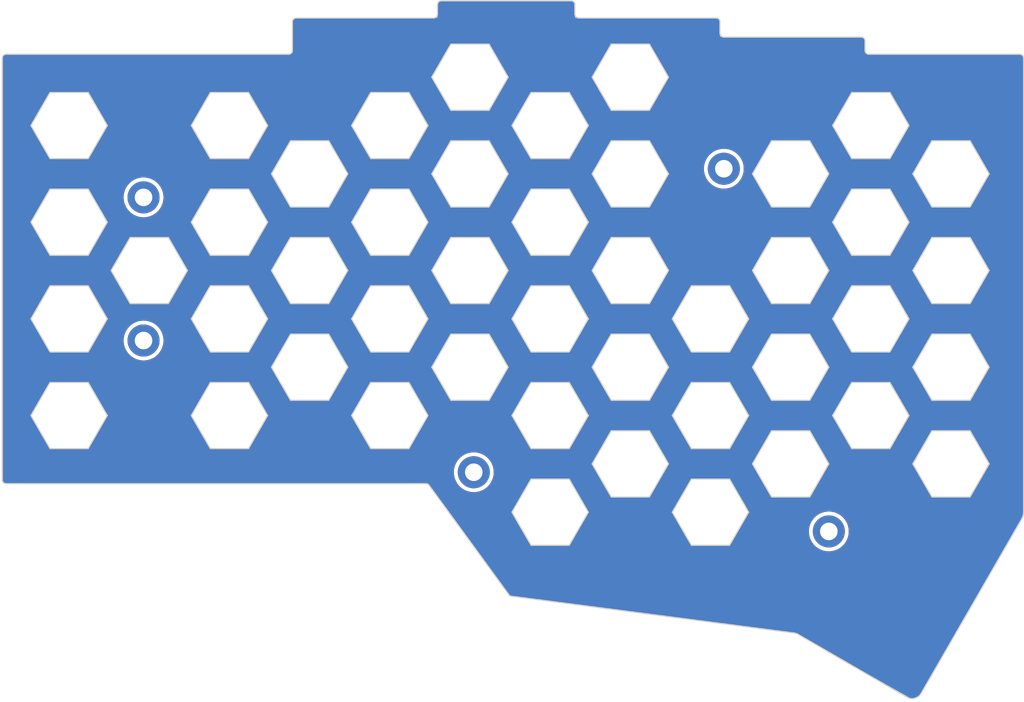
<source format=kicad_pcb>
(kicad_pcb (version 20240108) (generator "pcbnew") (generator_version "8.0")
  (title_block (title "Corne Bottom Plate") (date "2018-11-15") (rev "2.1") (company "foostan"))
  (layers (0 "F.Cu" signal) (31 "B.Cu" signal) (34 "B.Paste" user) (35 "F.Paste" user) (36 "B.SilkS" user "B.Silkscreen") (37 "F.SilkS" user "F.Silkscreen") (38 "B.Mask" user) (39 "F.Mask" user) (44 "Edge.Cuts" user))
  (net 0 "")
  (footprint "kbd:M2_Hole_TH" (layer "F.Cu") (at 79.5 86.75)
    (property "Reference" "" (at 0 -3.2 0) (layer "F.SilkS"))
    (property "Value" "")
    (pad "" thru_hole circle (at 0 0) (size 4.2 4.2) (drill 2.3) (layers "*.Cu" "*.Mask"))
  )
  (footprint "kbd:M2_Hole_TH" (layer "F.Cu") (at 79.5 105.5)
    (property "Reference" "" (at 0 -3.2 0) (layer "F.SilkS"))
    (property "Value" "")
    (pad "" thru_hole circle (at 0 0) (size 4.2 4.2) (drill 2.3) (layers "*.Cu" "*.Mask"))
  )
  (footprint "kbd:M2_Hole_TH" (layer "F.Cu") (at 155.5 83)
    (property "Reference" "" (at 0 -3.2 0) (layer "F.SilkS"))
    (property "Value" "")
    (pad "" thru_hole circle (at 0 0) (size 4.2 4.2) (drill 2.3) (layers "*.Cu" "*.Mask"))
  )
  (footprint "kbd:M2_Hole_TH" (layer "F.Cu") (at 122.75 122.75)
    (property "Reference" "" (at 0 -3.2 0) (layer "F.SilkS"))
    (property "Value" "")
    (pad "" thru_hole circle (at 0 0) (size 4.2 4.2) (drill 2.3) (layers "*.Cu" "*.Mask"))
  )
  (footprint "kbd:M2_Hole_TH" (layer "F.Cu") (at 169.25 130.5)
    (property "Reference" "" (at 0 -3.2 0) (layer "F.SilkS"))
    (property "Value" "")
    (pad "" thru_hole circle (at 0 0) (size 4.2 4.2) (drill 2.3) (layers "*.Cu" "*.Mask"))
  )
  (gr_arc (start 61.5 124.25) (mid 61.146447 124.103553) (end 61 123.75) (stroke (width 0.15)) (layer "Edge.Cuts"))
  (gr_line (start 145.75 104.660254) (end 140.75 104.660254) (stroke (width 0.15)) (layer "Edge.Cuts"))
  (gr_line (start 103.75 88) (end 106.25 83.669873) (stroke (width 0.15)) (layer "Edge.Cuts"))
  (gr_line (start 158.75 102.660254) (end 156.25 106.990381) (stroke (width 0.15)) (layer "Edge.Cuts"))
  (gr_line (start 74.75 90) (end 72.25 94.330127) (stroke (width 0.15)) (layer "Edge.Cuts"))
  (gr_line (start 177.25 98.330127) (end 179.75 102.660254) (stroke (width 0.15)) (layer "Edge.Cuts"))
  (gr_line (start 148.75 102.660254) (end 151.25 98.330127) (stroke (width 0.15)) (layer "Edge.Cuts"))
  (gr_line (start 172.25 94.330127) (end 177.25 94.330127) (stroke (width 0.15)) (layer "Edge.Cuts"))
  (gr_line (start 140.75 113.320508) (end 138.25 108.990381) (stroke (width 0.15)) (layer "Edge.Cuts"))
  (gr_line (start 98.75 113.320508) (end 96.25 108.990381) (stroke (width 0.15)) (layer "Edge.Cuts"))
  (gr_line (start 151.25 106.990381) (end 156.25 106.990381) (stroke (width 0.15)) (layer "Edge.Cuts"))
  (gr_line (start 156.25 123.650635) (end 151.25 123.650635) (stroke (width 0.15)) (layer "Edge.Cuts"))
  (gr_line (start 127.75 139) (end 164.420556 143.770344) (stroke (width 0.15)) (layer "Edge.Cuts"))
  (gr_line (start 173.5 65.75) (end 155.5 65.75) (stroke (width 0.15)) (layer "Edge.Cuts"))
  (gr_line (start 117.25 71.009619) (end 119.75 75.339746) (stroke (width 0.15)) (layer "Edge.Cuts"))
  (gr_line (start 177.25 85.669873) (end 172.25 85.669873) (stroke (width 0.15)) (layer "Edge.Cuts"))
  (gr_line (start 137.75 90) (end 135.25 94.330127) (stroke (width 0.15)) (layer "Edge.Cuts"))
  (gr_line (start 95.75 102.660254) (end 93.25 98.330127) (stroke (width 0.15)) (layer "Edge.Cuts"))
  (gr_line (start 109.25 73.009619) (end 106.75 77.339746) (stroke (width 0.15)) (layer "Edge.Cuts"))
  (gr_line (start 180.25 121.650635) (end 182.75 117.320508) (stroke (width 0.15)) (layer "Edge.Cuts"))
  (gr_line (start 72.25 98.330127) (end 67.25 98.330127) (stroke (width 0.15)) (layer "Edge.Cuts"))
  (gr_line (start 159.25 83.669873) (end 161.75 88) (stroke (width 0.15)) (layer "Edge.Cuts"))
  (gr_line (start 177.25 98.330127) (end 172.25 98.330127) (stroke (width 0.15)) (layer "Edge.Cuts"))
  (gr_line (start 67.25 85.669873) (end 64.75 90) (stroke (width 0.15)) (layer "Edge.Cuts"))
  (gr_line (start 72.25 119.650635) (end 74.75 115.320508) (stroke (width 0.15)) (layer "Edge.Cuts"))
  (gr_line (start 182.75 100.660254) (end 180.25 96.330127) (stroke (width 0.15)) (layer "Edge.Cuts"))
  (gr_line (start 98.75 100.660254) (end 103.75 100.660254) (stroke (width 0.15)) (layer "Edge.Cuts"))
  (gr_line (start 169.75 90) (end 172.25 94.330127) (stroke (width 0.15)) (layer "Edge.Cuts"))
  (gr_line (start 88.25 119.650635) (end 93.25 119.650635) (stroke (width 0.15)) (layer "Edge.Cuts"))
  (gr_line (start 116.853553 124.396447) (end 127.396447 138.853553) (stroke (width 0.15)) (layer "Edge.Cuts"))
  (gr_line (start 117.25 83.669873) (end 119.75 88) (stroke (width 0.15)) (layer "Edge.Cuts"))
  (gr_line (start 130.25 119.650635) (end 135.25 119.650635) (stroke (width 0.15)) (layer "Edge.Cuts"))
  (gr_line (start 130.25 132.310889) (end 127.75 127.980762) (stroke (width 0.15)) (layer "Edge.Cuts"))
  (gr_line (start 169.75 102.660254) (end 172.25 98.330127) (stroke (width 0.15)) (layer "Edge.Cuts"))
  (gr_line (start 98.75 100.660254) (end 96.25 96.330127) (stroke (width 0.15)) (layer "Edge.Cuts"))
  (gr_line (start 145.75 117.320508) (end 140.75 117.320508) (stroke (width 0.15)) (layer "Edge.Cuts"))
  (gr_arc (start 164.420556 143.770344) (mid 164.750952 143.819149) (end 165.075 143.9) (stroke (width 0.15)) (layer "Edge.Cuts"))
  (gr_line (start 140.75 88) (end 145.75 88) (stroke (width 0.15)) (layer "Edge.Cuts"))
  (gr_line (start 127.25 83.669873) (end 124.75 88) (stroke (width 0.15)) (layer "Edge.Cuts"))
  (gr_line (start 93.25 73.009619) (end 88.25 73.009619) (stroke (width 0.15)) (layer "Edge.Cuts"))
  (gr_line (start 140.75 113.320508) (end 145.75 113.320508) (stroke (width 0.15)) (layer "Edge.Cuts"))
  (gr_line (start 154.5 63.25) (end 136.5 63.25) (stroke (width 0.15)) (layer "Edge.Cuts"))
  (gr_line (start 114.25 119.650635) (end 116.75 115.320508) (stroke (width 0.15)) (layer "Edge.Cuts"))
  (gr_line (start 179.75 77.339746) (end 177.25 81.669873) (stroke (width 0.15)) (layer "Edge.Cuts"))
  (gr_line (start 161.75 100.660254) (end 166.75 100.660254) (stroke (width 0.15)) (layer "Edge.Cuts"))
  (gr_line (start 119.75 79.339746) (end 117.25 83.669873) (stroke (width 0.15)) (layer "Edge.Cuts"))
  (gr_line (start 138.25 108.990381) (end 140.75 104.660254) (stroke (width 0.15)) (layer "Edge.Cuts"))
  (gr_line (start 67.25 94.330127) (end 72.25 94.330127) (stroke (width 0.15)) (layer "Edge.Cuts"))
  (gr_line (start 74.75 90) (end 72.25 85.669873) (stroke (width 0.15)) (layer "Edge.Cuts"))
  (gr_line (start 156.25 110.990381) (end 151.25 110.990381) (stroke (width 0.15)) (layer "Edge.Cuts"))
  (gr_arc (start 155.5 65.75) (mid 155.146447 65.603553) (end 155 65.25) (stroke (width 0.15)) (layer "Edge.Cuts"))
  (gr_line (start 103.75 79.339746) (end 98.75 79.339746) (stroke (width 0.15)) (layer "Edge.Cuts"))
  (gr_line (start 98.75 88) (end 103.75 88) (stroke (width 0.15)) (layer "Edge.Cuts"))
  (gr_line (start 109.25 106.990381) (end 114.25 106.990381) (stroke (width 0.15)) (layer "Edge.Cuts"))
  (gr_line (start 137.75 102.660254) (end 135.25 106.990381) (stroke (width 0.15)) (layer "Edge.Cuts"))
  (gr_arc (start 127.75 139) (mid 127.558658 138.96194) (end 127.396447 138.853553) (stroke (width 0.15)) (layer "Edge.Cuts"))
  (gr_line (start 172.25 106.990381) (end 177.25 106.990381) (stroke (width 0.15)) (layer "Edge.Cuts"))
  (gr_line (start 180.25 96.330127) (end 182.75 92) (stroke (width 0.15)) (layer "Edge.Cuts"))
  (gr_line (start 85.25 96.330127) (end 82.75 92) (stroke (width 0.15)) (layer "Edge.Cuts"))
  (gr_line (start 119.75 88) (end 124.75 88) (stroke (width 0.15)) (layer "Edge.Cuts"))
  (gr_line (start 179.75 115.320508) (end 177.25 119.650635) (stroke (width 0.15)) (layer "Edge.Cuts"))
  (gr_line (start 106.25 96.330127) (end 103.75 92) (stroke (width 0.15)) (layer "Edge.Cuts"))
  (gr_line (start 127.25 71.009619) (end 124.75 75.339746) (stroke (width 0.15)) (layer "Edge.Cuts"))
  (gr_arc (start 99 67.5) (mid 98.853553 67.853553) (end 98.5 68) (stroke (width 0.15)) (layer "Edge.Cuts"))
  (gr_line (start 158.75 127.980762) (end 156.25 132.310889) (stroke (width 0.15)) (layer "Edge.Cuts"))
  (gr_line (start 124.75 92) (end 127.25 96.330127) (stroke (width 0.15)) (layer "Edge.Cuts"))
  (gr_line (start 180.25 83.669873) (end 182.75 79.339746) (stroke (width 0.15)) (layer "Edge.Cuts"))
  (gr_line (start 93.25 73.009619) (end 95.75 77.339746) (stroke (width 0.15)) (layer "Edge.Cuts"))
  (gr_line (start 145.75 113.320508) (end 148.25 108.990381) (stroke (width 0.15)) (layer "Edge.Cuts"))
  (gr_line (start 187.75 88) (end 190.25 83.669873) (stroke (width 0.15)) (layer "Edge.Cuts"))
  (gr_line (start 145.75 92) (end 148.25 96.330127) (stroke (width 0.15)) (layer "Edge.Cuts"))
  (gr_line (start 140.75 100.660254) (end 145.75 100.660254) (stroke (width 0.15)) (layer "Edge.Cuts"))
  (gr_line (start 114.25 85.669873) (end 109.25 85.669873) (stroke (width 0.15)) (layer "Edge.Cuts"))
  (gr_line (start 137.75 77.339746) (end 135.25 81.669873) (stroke (width 0.15)) (layer "Edge.Cuts"))
  (gr_line (start 96.25 83.669873) (end 98.75 79.339746) (stroke (width 0.15)) (layer "Edge.Cuts"))
  (gr_line (start 88.25 106.990381) (end 93.25 106.990381) (stroke (width 0.15)) (layer "Edge.Cuts"))
  (gr_line (start 119.75 113.320508) (end 124.75 113.320508) (stroke (width 0.15)) (layer "Edge.Cuts"))
  (gr_line (start 187.75 125.980762) (end 190.25 121.650635) (stroke (width 0.15)) (layer "Edge.Cuts"))
  (gr_line (start 85.75 77.339746) (end 88.25 81.669873) (stroke (width 0.15)) (layer "Edge.Cuts"))
  (gr_line (start 140.75 125.980762) (end 145.75 125.980762) (stroke (width 0.15)) (layer "Edge.Cuts"))
  (gr_arc (start 135.5 61) (mid 135.853553 61.146447) (end 136 61.5) (stroke (width 0.15)) (layer "Edge.Cuts"))
  (gr_line (start 145.75 92) (end 140.75 92) (stroke (width 0.15)) (layer "Edge.Cuts"))
  (gr_line (start 72.25 73.009619) (end 67.25 73.009619) (stroke (width 0.15)) (layer "Edge.Cuts"))
  (gr_line (start 106.75 77.339746) (end 109.25 81.669873) (stroke (width 0.15)) (layer "Edge.Cuts"))
  (gr_line (start 109.25 119.650635) (end 114.25 119.650635) (stroke (width 0.15)) (layer "Edge.Cuts"))
  (gr_line (start 182.75 113.320508) (end 180.25 108.990381) (stroke (width 0.15)) (layer "Edge.Cuts"))
  (gr_line (start 135.25 98.330127) (end 137.75 102.660254) (stroke (width 0.15)) (layer "Edge.Cuts"))
  (gr_line (start 64.75 90) (end 67.25 94.330127) (stroke (width 0.15)) (layer "Edge.Cuts"))
  (gr_line (start 158.75 115.320508) (end 156.25 110.990381) (stroke (width 0.15)) (layer "Edge.Cuts"))
  (gr_line (start 118 61.5) (end 118 62.75) (stroke (width 0.15)) (layer "Edge.Cuts"))
  (gr_line (start 138.25 96.330127) (end 140.75 92) (stroke (width 0.15)) (layer "Edge.Cuts"))
  (gr_arc (start 116.5 124.25) (mid 116.691342 124.28806) (end 116.853553 124.396447) (stroke (width 0.15)) (layer "Edge.Cuts"))
  (gr_line (start 119.75 113.320508) (end 117.25 108.990381) (stroke (width 0.15)) (layer "Edge.Cuts"))
  (gr_line (start 161.75 79.339746) (end 159.25 83.669873) (stroke (width 0.15)) (layer "Edge.Cuts"))
  (gr_line (start 103.75 92) (end 98.75 92) (stroke (width 0.15)) (layer "Edge.Cuts"))
  (gr_line (start 166.75 104.660254) (end 161.75 104.660254) (stroke (width 0.15)) (layer "Edge.Cuts"))
  (gr_line (start 98.75 88) (end 96.25 83.669873) (stroke (width 0.15)) (layer "Edge.Cuts"))
  (gr_line (start 72.25 85.669873) (end 67.25 85.669873) (stroke (width 0.15)) (layer "Edge.Cuts"))
  (gr_line (start 156.25 98.330127) (end 158.75 102.660254) (stroke (width 0.15)) (layer "Edge.Cuts"))
  (gr_line (start 72.25 106.990381) (end 74.75 102.660254) (stroke (width 0.15)) (layer "Edge.Cuts"))
  (gr_line (start 67.25 119.650635) (end 72.25 119.650635) (stroke (width 0.15)) (layer "Edge.Cuts"))
  (gr_line (start 145.75 125.980762) (end 148.25 121.650635) (stroke (width 0.15)) (layer "Edge.Cuts"))
  (gr_line (start 106.75 102.660254) (end 109.25 98.330127) (stroke (width 0.15)) (layer "Edge.Cuts"))
  (gr_line (start 148.25 108.990381) (end 145.75 104.660254) (stroke (width 0.15)) (layer "Edge.Cuts"))
  (gr_line (start 148.25 121.650635) (end 145.75 117.320508) (stroke (width 0.15)) (layer "Edge.Cuts"))
  (gr_line (start 96.25 96.330127) (end 98.75 92) (stroke (width 0.15)) (layer "Edge.Cuts"))
  (gr_line (start 93.25 106.990381) (end 95.75 102.660254) (stroke (width 0.15)) (layer "Edge.Cuts"))
  (gr_line (start 169.25 96.330127) (end 166.75 100.660254) (stroke (width 0.15)) (layer "Edge.Cuts"))
  (gr_line (start 145.75 79.339746) (end 140.75 79.339746) (stroke (width 0.15)) (layer "Edge.Cuts"))
  (gr_line (start 114.25 110.990381) (end 109.25 110.990381) (stroke (width 0.15)) (layer "Edge.Cuts"))
  (gr_line (start 130.25 81.669873) (end 135.25 81.669873) (stroke (width 0.15)) (layer "Edge.Cuts"))
  (gr_line (start 182.75 125.980762) (end 180.25 121.650635) (stroke (width 0.15)) (layer "Edge.Cuts"))
  (gr_line (start 148.25 71.009619) (end 145.75 75.339746) (stroke (width 0.15)) (layer "Edge.Cuts"))
  (gr_line (start 169.25 83.669873) (end 166.75 88) (stroke (width 0.15)) (layer "Edge.Cuts"))
  (gr_line (start 85.75 102.660254) (end 88.25 98.330127) (stroke (width 0.15)) (layer "Edge.Cuts"))
  (gr_line (start 124.75 92) (end 119.75 92) (stroke (width 0.15)) (layer "Edge.Cuts"))
  (gr_arc (start 194.25 68) (mid 194.603553 68.146447) (end 194.75 68.5) (stroke (width 0.15)) (layer "Edge.Cuts"))
  (gr_line (start 138.25 121.650635) (end 140.75 117.320508) (stroke (width 0.15)) (layer "Edge.Cuts"))
  (gr_line (start 119.75 66.679492) (end 117.25 71.009619) (stroke (width 0.15)) (layer "Edge.Cuts"))
  (gr_line (start 119.75 100.660254) (end 124.75 100.660254) (stroke (width 0.15)) (layer "Edge.Cuts"))
  (gr_line (start 166.75 117.320508) (end 161.75 117.320508) (stroke (width 0.15)) (layer "Edge.Cuts"))
  (gr_line (start 136 62.75) (end 136 61.5) (stroke (width 0.15)) (layer "Edge.Cuts"))
  (gr_line (start 194.25 68) (end 174.5 68) (stroke (width 0.15)) (layer "Edge.Cuts"))
  (gr_line (start 93.25 85.669873) (end 88.25 85.669873) (stroke (width 0.15)) (layer "Edge.Cuts"))
  (gr_line (start 177.25 110.990381) (end 172.25 110.990381) (stroke (width 0.15)) (layer "Edge.Cuts"))
  (gr_line (start 138.25 71.009619) (end 140.75 75.339746) (stroke (width 0.15)) (layer "Edge.Cuts"))
  (gr_line (start 116.75 90) (end 114.25 85.669873) (stroke (width 0.15)) (layer "Edge.Cuts"))
  (gr_line (start 109.25 94.330127) (end 114.25 94.330127) (stroke (width 0.15)) (layer "Edge.Cuts"))
  (gr_line (start 177.25 85.669873) (end 179.75 90) (stroke (width 0.15)) (layer "Edge.Cuts"))
  (gr_line (start 93.25 110.990381) (end 88.25 110.990381) (stroke (width 0.15)) (layer "Edge.Cuts"))
  (gr_line (start 124.75 66.679492) (end 127.25 71.009619) (stroke (width 0.15)) (layer "Edge.Cuts"))
  (gr_line (start 190.25 108.990381) (end 187.75 104.660254) (stroke (width 0.15)) (layer "Edge.Cuts"))
  (gr_line (start 116.75 115.320508) (end 114.25 110.990381) (stroke (width 0.15)) (layer "Edge.Cuts"))
  (gr_arc (start 174.5 68) (mid 174.146447 67.853553) (end 174 67.5) (stroke (width 0.15)) (layer "Edge.Cuts"))
  (gr_line (start 106.25 108.990381) (end 103.75 104.660254) (stroke (width 0.15)) (layer "Edge.Cuts"))
  (gr_line (start 190.25 96.330127) (end 187.75 92) (stroke (width 0.15)) (layer "Edge.Cuts"))
  (gr_line (start 77.75 100.660254) (end 82.75 100.660254) (stroke (width 0.15)) (layer "Edge.Cuts"))
  (gr_line (start 117.25 108.990381) (end 119.75 104.660254) (stroke (width 0.15)) (layer "Edge.Cuts"))
  (gr_line (start 187.75 92) (end 182.75 92) (stroke (width 0.15)) (layer "Edge.Cuts"))
  (gr_line (start 161.75 125.980762) (end 166.75 125.980762) (stroke (width 0.15)) (layer "Edge.Cuts"))
  (gr_line (start 172.25 106.990381) (end 169.75 102.660254) (stroke (width 0.15)) (layer "Edge.Cuts"))
  (gr_line (start 114.25 94.330127) (end 116.75 90) (stroke (width 0.15)) (layer "Edge.Cuts"))
  (gr_line (start 137.75 115.320508) (end 135.25 110.990381) (stroke (width 0.15)) (layer "Edge.Cuts"))
  (gr_line (start 67.25 73.009619) (end 64.75 77.339746) (stroke (width 0.15)) (layer "Edge.Cuts"))
  (gr_line (start 166.75 79.339746) (end 169.25 83.669873) (stroke (width 0.15)) (layer "Edge.Cuts"))
  (gr_line (start 161.75 125.980762) (end 159.25 121.650635) (stroke (width 0.15)) (layer "Edge.Cuts"))
  (gr_line (start 159.25 108.990381) (end 161.75 104.660254) (stroke (width 0.15)) (layer "Edge.Cuts"))
  (gr_line (start 64.75 115.320508) (end 67.25 110.990381) (stroke (width 0.15)) (layer "Edge.Cuts"))
  (gr_line (start 145.75 79.339746) (end 148.25 83.669873) (stroke (width 0.15)) (layer "Edge.Cuts"))
  (gr_arc (start 118 62.75) (mid 117.853553 63.103553) (end 117.5 63.25) (stroke (width 0.15)) (layer "Edge.Cuts"))
  (gr_line (start 135.25 123.650635) (end 130.25 123.650635) (stroke (width 0.15)) (layer "Edge.Cuts"))
  (gr_line (start 148.75 127.980762) (end 151.25 132.310889) (stroke (width 0.15)) (layer "Edge.Cuts"))
  (gr_line (start 103.75 113.320508) (end 106.25 108.990381) (stroke (width 0.15)) (layer "Edge.Cuts"))
  (gr_line (start 64.75 77.339746) (end 67.25 81.669873) (stroke (width 0.15)) (layer "Edge.Cuts"))
  (gr_line (start 187.75 100.660254) (end 190.25 96.330127) (stroke (width 0.15)) (layer "Edge.Cuts"))
  (gr_line (start 67.25 119.650635) (end 64.75 115.320508) (stroke (width 0.15)) (layer "Edge.Cuts"))
  (gr_line (start 159.25 96.330127) (end 161.75 100.660254) (stroke (width 0.15)) (layer "Edge.Cuts"))
  (gr_line (start 130.25 73.009619) (end 127.75 77.339746) (stroke (width 0.15)) (layer "Edge.Cuts"))
  (gr_line (start 187.75 104.660254) (end 182.75 104.660254) (stroke (width 0.15)) (layer "Edge.Cuts"))
  (gr_line (start 169.25 108.990381) (end 166.75 104.660254) (stroke (width 0.15)) (layer "Edge.Cuts"))
  (gr_line (start 174 66.25) (end 174 67.5) (stroke (width 0.15)) (layer "Edge.Cuts"))
  (gr_line (start 138.25 96.330127) (end 140.75 100.660254) (stroke (width 0.15)) (layer "Edge.Cuts"))
  (gr_line (start 145.75 66.679492) (end 140.75 66.679492) (stroke (width 0.15)) (layer "Edge.Cuts"))
  (gr_line (start 177.25 73.009619) (end 172.25 73.009619) (stroke (width 0.15)) (layer "Edge.Cuts"))
  (gr_line (start 106.75 115.320508) (end 109.25 110.990381) (stroke (width 0.15)) (layer "Edge.Cuts"))
  (gr_line (start 145.75 100.660254) (end 148.25 96.330127) (stroke (width 0.15)) (layer "Edge.Cuts"))
  (gr_line (start 161.75 113.320508) (end 159.25 108.990381) (stroke (width 0.15)) (layer "Edge.Cuts"))
  (gr_line (start 172.25 73.009619) (end 169.75 77.339746) (stroke (width 0.15)) (layer "Edge.Cuts"))
  (gr_line (start 103.75 104.660254) (end 98.75 104.660254) (stroke (width 0.15)) (layer "Edge.Cuts"))
  (gr_line (start 88.25 119.650635) (end 85.75 115.320508) (stroke (width 0.15)) (layer "Edge.Cuts"))
  (gr_line (start 109.25 81.669873) (end 114.25 81.669873) (stroke (width 0.15)) (layer "Edge.Cuts"))
  (gr_line (start 187.75 113.320508) (end 190.25 108.990381) (stroke (width 0.15)) (layer "Edge.Cuts"))
  (gr_line (start 127.75 115.320508) (end 130.25 110.990381) (stroke (width 0.15)) (layer "Edge.Cuts"))
  (gr_line (start 64.75 102.660254) (end 67.25 98.330127) (stroke (width 0.15)) (layer "Edge.Cuts"))
  (gr_line (start 127.25 108.990381) (end 124.75 104.660254) (stroke (width 0.15)) (layer "Edge.Cuts"))
  (gr_line (start 190.25 121.650635) (end 187.75 117.320508) (stroke (width 0.15)) (layer "Edge.Cuts"))
  (gr_line (start 119.75 92) (end 117.25 96.330127) (stroke (width 0.15)) (layer "Edge.Cuts"))
  (gr_line (start 82.75 100.660254) (end 85.25 96.330127) (stroke (width 0.15)) (layer "Edge.Cuts"))
  (gr_line (start 74.75 102.660254) (end 72.25 98.330127) (stroke (width 0.15)) (layer "Edge.Cuts"))
  (gr_line (start 130.25 119.650635) (end 127.75 115.320508) (stroke (width 0.15)) (layer "Edge.Cuts"))
  (gr_line (start 187.75 117.320508) (end 182.75 117.320508) (stroke (width 0.15)) (layer "Edge.Cuts"))
  (gr_line (start 67.25 81.669873) (end 72.25 81.669873) (stroke (width 0.15)) (layer "Edge.Cuts"))
  (gr_line (start 151.25 123.650635) (end 148.75 127.980762) (stroke (width 0.15)) (layer "Edge.Cuts"))
  (gr_line (start 182.75 88) (end 180.25 83.669873) (stroke (width 0.15)) (layer "Edge.Cuts"))
  (gr_line (start 179.75 90) (end 177.25 94.330127) (stroke (width 0.15)) (layer "Edge.Cuts"))
  (gr_line (start 124.75 79.339746) (end 127.25 83.669873) (stroke (width 0.15)) (layer "Edge.Cuts"))
  (gr_line (start 135.25 85.669873) (end 137.75 90) (stroke (width 0.15)) (layer "Edge.Cuts"))
  (gr_line (start 88.25 85.669873) (end 85.75 90) (stroke (width 0.15)) (layer "Edge.Cuts"))
  (gr_line (start 72.25 110.990381) (end 67.25 110.990381) (stroke (width 0.15)) (layer "Edge.Cuts"))
  (gr_line (start 166.75 92) (end 169.25 96.330127) (stroke (width 0.15)) (layer "Edge.Cuts"))
  (gr_line (start 75.25 96.330127) (end 77.75 92) (stroke (width 0.15)) (layer "Edge.Cuts"))
  (gr_arc (start 181.297263 151.781465) (mid 180.412069 152.371617) (end 179.369251 152.160956) (stroke (width 0.15)) (layer "Edge.Cuts"))
  (gr_line (start 140.75 66.679492) (end 138.25 71.009619) (stroke (width 0.15)) (layer "Edge.Cuts"))
  (gr_line (start 130.25 98.330127) (end 127.75 102.660254) (stroke (width 0.15)) (layer "Edge.Cuts"))
  (gr_arc (start 173.5 65.75) (mid 173.853553 65.896447) (end 174 66.25) (stroke (width 0.15)) (layer "Edge.Cuts"))
  (gr_line (start 130.25 106.990381) (end 135.25 106.990381) (stroke (width 0.15)) (layer "Edge.Cuts"))
  (gr_line (start 135.25 85.669873) (end 130.25 85.669873) (stroke (width 0.15)) (layer "Edge.Cuts"))
  (gr_line (start 182.75 100.660254) (end 187.75 100.660254) (stroke (width 0.15)) (layer "Edge.Cuts"))
  (gr_line (start 88.25 94.330127) (end 93.25 94.330127) (stroke (width 0.15)) (layer "Edge.Cuts"))
  (gr_line (start 177.25 73.009619) (end 179.75 77.339746) (stroke (width 0.15)) (layer "Edge.Cuts"))
  (gr_line (start 172.25 119.650635) (end 177.25 119.650635) (stroke (width 0.15)) (layer "Edge.Cuts"))
  (gr_line (start 135.25 110.990381) (end 130.25 110.990381) (stroke (width 0.15)) (layer "Edge.Cuts"))
  (gr_line (start 124.75 104.660254) (end 119.75 104.660254) (stroke (width 0.15)) (layer "Edge.Cuts"))
  (gr_line (start 156.25 119.650635) (end 158.75 115.320508) (stroke (width 0.15)) (layer "Edge.Cuts"))
  (gr_line (start 127.75 102.660254) (end 130.25 106.990381) (stroke (width 0.15)) (layer "Edge.Cuts"))
  (gr_line (start 182.75 125.980762) (end 187.75 125.980762) (stroke (width 0.15)) (layer "Edge.Cuts"))
  (gr_line (start 138.25 83.669873) (end 140.75 79.339746) (stroke (width 0.15)) (layer "Edge.Cuts"))
  (gr_line (start 151.25 119.650635) (end 148.75 115.320508) (stroke (width 0.15)) (layer "Edge.Cuts"))
  (gr_line (start 85.75 102.660254) (end 88.25 106.990381) (stroke (width 0.15)) (layer "Edge.Cuts"))
  (gr_line (start 74.75 115.320508) (end 72.25 110.990381) (stroke (width 0.15)) (layer "Edge.Cuts"))
  (gr_line (start 166.75 125.980762) (end 169.25 121.650635) (stroke (width 0.15)) (layer "Edge.Cuts"))
  (gr_line (start 103.75 100.660254) (end 106.25 96.330127) (stroke (width 0.15)) (layer "Edge.Cuts"))
  (gr_line (start 166.75 113.320508) (end 169.25 108.990381) (stroke (width 0.15)) (layer "Edge.Cuts"))
  (gr_line (start 130.25 94.330127) (end 135.25 94.330127) (stroke (width 0.15)) (layer "Edge.Cuts"))
  (gr_line (start 127.75 77.339746) (end 130.25 81.669873) (stroke (width 0.15)) (layer "Edge.Cuts"))
  (gr_line (start 114.25 98.330127) (end 109.25 98.330127) (stroke (width 0.15)) (layer "Edge.Cuts"))
  (gr_line (start 135.25 73.009619) (end 130.25 73.009619) (stroke (width 0.15)) (layer "Edge.Cuts"))
  (gr_line (start 169.75 115.320508) (end 172.25 119.650635) (stroke (width 0.15)) (layer "Edge.Cuts"))
  (gr_line (start 172.25 81.669873) (end 177.25 81.669873) (stroke (width 0.15)) (layer "Edge.Cuts"))
  (gr_line (start 135.25 98.330127) (end 130.25 98.330127) (stroke (width 0.15)) (layer "Edge.Cuts"))
  (gr_line (start 137.75 127.980762) (end 135.25 123.650635) (stroke (width 0.15)) (layer "Edge.Cuts"))
  (gr_line (start 88.25 94.330127) (end 85.75 90) (stroke (width 0.15)) (layer "Edge.Cuts"))
  (gr_arc (start 99 63.75) (mid 99.146447 63.396447) (end 99.5 63.25) (stroke (width 0.15)) (layer "Edge.Cuts"))
  (gr_arc (start 136.5 63.25) (mid 136.146447 63.103553) (end 136 62.75) (stroke (width 0.15)) (layer "Edge.Cuts"))
  (gr_line (start 145.75 66.679492) (end 148.25 71.009619) (stroke (width 0.15)) (layer "Edge.Cuts"))
  (gr_line (start 140.75 125.980762) (end 138.25 121.650635) (stroke (width 0.15)) (layer "Edge.Cuts"))
  (gr_line (start 88.25 73.009619) (end 85.75 77.339746) (stroke (width 0.15)) (layer "Edge.Cuts"))
  (gr_line (start 114.25 106.990381) (end 116.75 102.660254) (stroke (width 0.15)) (layer "Edge.Cuts"))
  (gr_line (start 135.25 73.009619) (end 137.75 77.339746) (stroke (width 0.15)) (layer "Edge.Cuts"))
  (gr_line (start 180.25 108.990381) (end 182.75 104.660254) (stroke (width 0.15)) (layer "Edge.Cuts"))
  (gr_line (start 109.25 119.650635) (end 106.75 115.320508) (stroke (width 0.15)) (layer "Edge.Cuts"))
  (gr_line (start 119.75 75.339746) (end 124.75 75.339746) (stroke (width 0.15)) (layer "Edge.Cuts"))
  (gr_line (start 148.25 83.669873) (end 145.75 88) (stroke (width 0.15)) (layer "Edge.Cuts"))
  (gr_line (start 114.25 73.009619) (end 116.75 77.339746) (stroke (width 0.15)) (layer "Edge.Cuts"))
  (gr_line (start 194.75 68.5) (end 194.75 127.975) (stroke (width 0.15)) (layer "Edge.Cuts"))
  (gr_line (start 95.75 115.320508) (end 93.25 110.990381) (stroke (width 0.15)) (layer "Edge.Cuts"))
  (gr_line (start 109.25 85.669873) (end 106.75 90) (stroke (width 0.15)) (layer "Edge.Cuts"))
  (gr_line (start 151.25 119.650635) (end 156.25 119.650635) (stroke (width 0.15)) (layer "Edge.Cuts"))
  (gr_line (start 109.25 94.330127) (end 106.75 90) (stroke (width 0.15)) (layer "Edge.Cuts"))
  (gr_line (start 124.75 113.320508) (end 127.25 108.990381) (stroke (width 0.15)) (layer "Edge.Cuts"))
  (gr_line (start 135.25 119.650635) (end 137.75 115.320508) (stroke (width 0.15)) (layer "Edge.Cuts"))
  (gr_line (start 166.75 92) (end 161.75 92) (stroke (width 0.15)) (layer "Edge.Cuts"))
  (gr_line (start 116.5 124.25) (end 61.499995 124.25) (stroke (width 0.15)) (layer "Edge.Cuts"))
  (gr_line (start 67.25 106.990381) (end 64.75 102.660254) (stroke (width 0.15)) (layer "Edge.Cuts"))
  (gr_line (start 165.075 143.9) (end 179.369251 152.160956) (stroke (width 0.15)) (layer "Edge.Cuts"))
  (gr_line (start 182.75 88) (end 187.75 88) (stroke (width 0.15)) (layer "Edge.Cuts"))
  (gr_line (start 140.75 75.339746) (end 145.75 75.339746) (stroke (width 0.15)) (layer "Edge.Cuts"))
  (gr_arc (start 118 61.5) (mid 118.146447 61.146447) (end 118.5 61) (stroke (width 0.15)) (layer "Edge.Cuts"))
  (gr_line (start 109.25 106.990381) (end 106.75 102.660254) (stroke (width 0.15)) (layer "Edge.Cuts"))
  (gr_arc (start 194.75 127.975) (mid 194.695218 128.426668) (end 194.522764 128.847696) (stroke (width 0.15)) (layer "Edge.Cuts"))
  (gr_line (start 127.75 127.980762) (end 130.25 123.650635) (stroke (width 0.15)) (layer "Edge.Cuts"))
  (gr_line (start 96.25 108.990381) (end 98.75 104.660254) (stroke (width 0.15)) (layer "Edge.Cuts"))
  (gr_line (start 169.25 121.650635) (end 166.75 117.320508) (stroke (width 0.15)) (layer "Edge.Cuts"))
  (gr_line (start 179.75 115.320508) (end 177.25 110.990381) (stroke (width 0.15)) (layer "Edge.Cuts"))
  (gr_line (start 88.25 81.669873) (end 93.25 81.669873) (stroke (width 0.15)) (layer "Edge.Cuts"))
  (gr_line (start 155 65.25) (end 155 63.75) (stroke (width 0.15)) (layer "Edge.Cuts"))
  (gr_line (start 61 68.5) (end 61 123.75) (stroke (width 0.15)) (layer "Edge.Cuts"))
  (gr_line (start 114.25 73.009619) (end 109.25 73.009619) (stroke (width 0.15)) (layer "Edge.Cuts"))
  (gr_line (start 148.75 115.320508) (end 151.25 110.990381) (stroke (width 0.15)) (layer "Edge.Cuts"))
  (gr_line (start 181.297263 151.781465) (end 194.525 128.85) (stroke (width 0.15)) (layer "Edge.Cuts"))
  (gr_line (start 98.5 68) (end 61.5 68) (stroke (width 0.15)) (layer "Edge.Cuts"))
  (gr_line (start 127.75 90) (end 130.25 94.330127) (stroke (width 0.15)) (layer "Edge.Cuts"))
  (gr_arc (start 61 68.5) (mid 61.146447 68.146447) (end 61.5 68) (stroke (width 0.15)) (layer "Edge.Cuts"))
  (gr_line (start 85.75 115.320508) (end 88.25 110.990381) (stroke (width 0.15)) (layer "Edge.Cuts"))
  (gr_line (start 130.25 132.310889) (end 135.25 132.310889) (stroke (width 0.15)) (layer "Edge.Cuts"))
  (gr_line (start 67.25 106.990381) (end 72.25 106.990381) (stroke (width 0.15)) (layer "Edge.Cuts"))
  (gr_line (start 116.75 102.660254) (end 114.25 98.330127) (stroke (width 0.15)) (layer "Edge.Cuts"))
  (gr_line (start 117.25 96.330127) (end 119.75 100.660254) (stroke (width 0.15)) (layer "Edge.Cuts"))
  (gr_line (start 124.75 66.679492) (end 119.75 66.679492) (stroke (width 0.15)) (layer "Edge.Cuts"))
  (gr_line (start 172.25 110.990381) (end 169.75 115.320508) (stroke (width 0.15)) (layer "Edge.Cuts"))
  (gr_line (start 116.75 77.339746) (end 114.25 81.669873) (stroke (width 0.15)) (layer "Edge.Cuts"))
  (gr_line (start 93.25 94.330127) (end 95.75 90) (stroke (width 0.15)) (layer "Edge.Cuts"))
  (gr_line (start 82.75 92) (end 77.75 92) (stroke (width 0.15)) (layer "Edge.Cuts"))
  (gr_line (start 93.25 119.650635) (end 95.75 115.320508) (stroke (width 0.15)) (layer "Edge.Cuts"))
  (gr_line (start 172.25 85.669873) (end 169.75 90) (stroke (width 0.15)) (layer "Edge.Cuts"))
  (gr_line (start 148.75 102.660254) (end 151.25 106.990381) (stroke (width 0.15)) (layer "Edge.Cuts"))
  (gr_line (start 177.25 106.990381) (end 179.75 102.660254) (stroke (width 0.15)) (layer "Edge.Cuts"))
  (gr_line (start 77.75 100.660254) (end 75.25 96.330127) (stroke (width 0.15)) (layer "Edge.Cuts"))
  (gr_line (start 159.25 121.650635) (end 161.75 117.320508) (stroke (width 0.15)) (layer "Edge.Cuts"))
  (gr_line (start 156.25 98.330127) (end 151.25 98.330127) (stroke (width 0.15)) (layer "Edge.Cuts"))
  (gr_line (start 135.5 61) (end 118.5 61) (stroke (width 0.15)) (layer "Edge.Cuts"))
  (gr_line (start 166.75 79.339746) (end 161.75 79.339746) (stroke (width 0.15)) (layer "Edge.Cuts"))
  (gr_line (start 151.25 132.310889) (end 156.25 132.310889) (stroke (width 0.15)) (layer "Edge.Cuts"))
  (gr_line (start 95.75 90) (end 93.25 85.669873) (stroke (width 0.15)) (layer "Edge.Cuts"))
  (gr_line (start 93.25 98.330127) (end 88.25 98.330127) (stroke (width 0.15)) (layer "Edge.Cuts"))
  (gr_line (start 127.25 96.330127) (end 124.75 100.660254) (stroke (width 0.15)) (layer "Edge.Cuts"))
  (gr_line (start 161.75 88) (end 166.75 88) (stroke (width 0.15)) (layer "Edge.Cuts"))
  (gr_line (start 190.25 83.669873) (end 187.75 79.339746) (stroke (width 0.15)) (layer "Edge.Cuts"))
  (gr_line (start 124.75 79.339746) (end 119.75 79.339746) (stroke (width 0.15)) (layer "Edge.Cuts"))
  (gr_line (start 161.75 113.320508) (end 166.75 113.320508) (stroke (width 0.15)) (layer "Edge.Cuts"))
  (gr_line (start 169.75 77.339746) (end 172.25 81.669873) (stroke (width 0.15)) (layer "Edge.Cuts"))
  (gr_line (start 156.25 123.650635) (end 158.75 127.980762) (stroke (width 0.15)) (layer "Edge.Cuts"))
  (gr_line (start 74.75 77.339746) (end 72.25 81.669873) (stroke (width 0.15)) (layer "Edge.Cuts"))
  (gr_line (start 72.25 73.009619) (end 74.75 77.339746) (stroke (width 0.15)) (layer "Edge.Cuts"))
  (gr_line (start 99 63.75) (end 99 67.5) (stroke (width 0.15)) (layer "Edge.Cuts"))
  (gr_line (start 140.75 88) (end 138.25 83.669873) (stroke (width 0.15)) (layer "Edge.Cuts"))
  (gr_line (start 98.75 113.320508) (end 103.75 113.320508) (stroke (width 0.15)) (layer "Edge.Cuts"))
  (gr_line (start 95.75 77.339746) (end 93.25 81.669873) (stroke (width 0.15)) (layer "Edge.Cuts"))
  (gr_line (start 182.75 113.320508) (end 187.75 113.320508) (stroke (width 0.15)) (layer "Edge.Cuts"))
  (gr_line (start 135.25 132.310889) (end 137.75 127.980762) (stroke (width 0.15)) (layer "Edge.Cuts"))
  (gr_line (start 161.75 92) (end 159.25 96.330127) (stroke (width 0.15)) (layer "Edge.Cuts"))
  (gr_line (start 106.25 83.669873) (end 103.75 79.339746) (stroke (width 0.15)) (layer "Edge.Cuts"))
  (gr_arc (start 154.5 63.25) (mid 154.853553 63.396447) (end 155 63.75) (stroke (width 0.15)) (layer "Edge.Cuts"))
  (gr_line (start 187.75 79.339746) (end 182.75 79.339746) (stroke (width 0.15)) (layer "Edge.Cuts"))
  (gr_line (start 117.5 63.25) (end 99.5 63.25) (stroke (width 0.15)) (layer "Edge.Cuts"))
  (gr_line (start 130.25 85.669873) (end 127.75 90) (stroke (width 0.15)) (layer "Edge.Cuts"))
  (zone (net 0) (net_name "") (layer "F.Cu") (connect_pads (clearance 0.508)) (min_thickness 0.254) (fill yes (thermal_gap 0.508) (thermal_bridge_width 0.508))
    (polygon (pts (xy 194.7 67.9) (xy 174 67.9) (xy 174 65.7) (xy 155 65.7) (xy 155 63.2) (xy 136 63.2) (xy 136 60.9) (xy 118 60.9) (xy 118 63.2) (xy 98.8 63.2) (xy 98.9 67.9) (xy 60.7 68) (xy 60.9 124.7) (xy 116.6 124.2) (xy 127.4 139.1) (xy 165.05 143.9) (xy 180.75 152.775) (xy 194.8 128.1) (xy 194.8 67.9)))
  )
  (zone (net 0) (net_name "") (layer "B.Cu") (connect_pads (clearance 0.508)) (min_thickness 0.254) (fill yes (thermal_gap 0.508) (thermal_bridge_width 0.508))
    (polygon (pts (xy 194.7 67.9) (xy 174 67.9) (xy 174 65.7) (xy 155 65.7) (xy 155 63.2) (xy 136 63.2) (xy 136 60.9) (xy 118 60.9) (xy 118 63.2) (xy 98.8 63.2) (xy 98.9 67.9) (xy 60.7 68) (xy 60.9 124.7) (xy 116.6 124.2) (xy 127.6 139) (xy 165 143.925) (xy 180.775 152.825) (xy 194.8 128.3) (xy 194.8 67.9)))
  )
)
</source>
